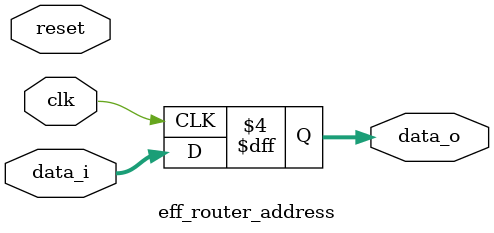
<source format=sv>

module eff_router_address #(parameter DATA_WIDTH = 32) (
	input clk,
	input reset,
	input [DATA_WIDTH-1 : 0] data_i,
	output logic [DATA_WIDTH-1 : 0] data_o
);
	always_ff @(posedge clk) begin
    
	if (reset) begin
	
	data_o <= data_i;
	
	end else begin
			
	data_o <= data_i;
	
	end
	
	end

endmodule

</source>
